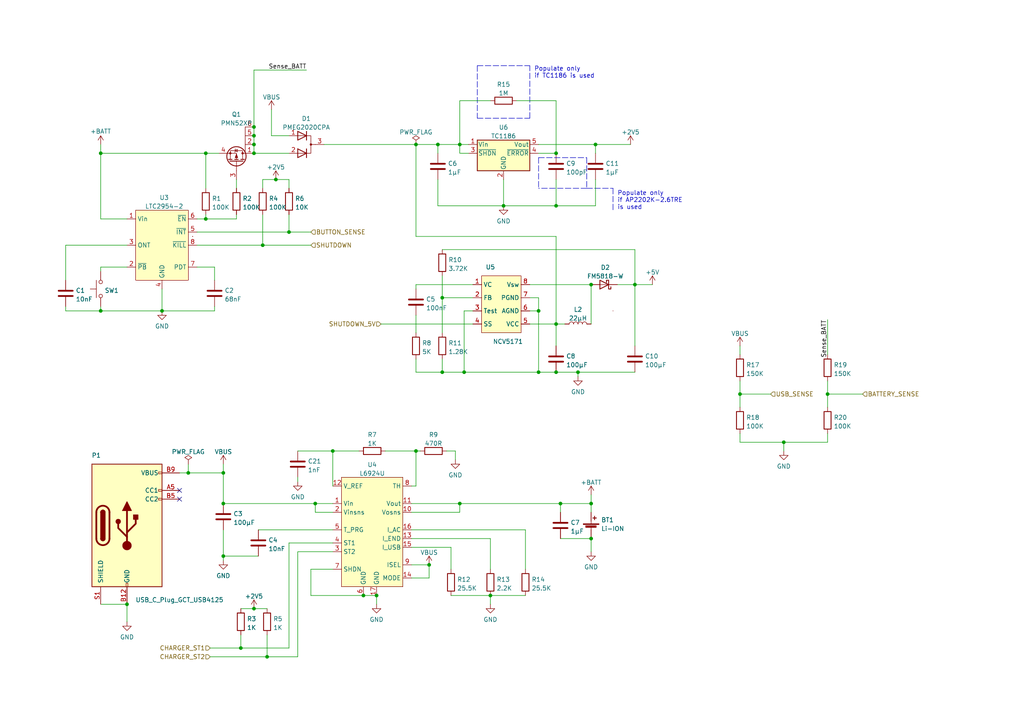
<source format=kicad_sch>
(kicad_sch (version 20211123) (generator eeschema)
  (paper "A4")
  (title_block (title "Power & Charge") (date "2022-06-08") (rev "1.1") (company "INSA - GEI"))
  (lib_symbols
    (symbol "Device:Battery_Cell" (pin_numbers hide) (pin_names (offset 0) hide)
      (property "Reference" "BT" (at 2.54 2.54 0))
      (property "Value" "Battery_Cell" (at 2.54 0 0))
      (symbol "Battery_Cell_0_1"
        (rectangle (start -2.286 1.778) (end 2.286 1.524) (fill (type outline)))
        (rectangle (start -1.5748 1.1938) (end 1.4732 0.6858) (fill (type outline)))
        (polyline (pts (xy 0 0.762) (xy 0 0)))
        (polyline (pts (xy 0 1.778) (xy 0 2.54)))
        (polyline (pts (xy 0.508 3.429) (xy 1.524 3.429)) (stroke (width 0.254)))
        (polyline (pts (xy 1.016 3.937) (xy 1.016 2.921)) (stroke (width 0.254)))
      )
      (symbol "Battery_Cell_1_1"
        (pin passive line (at 0 5.08 270) (length 2.54) (name "+") (number "1"))
        (pin passive line (at 0 -2.54 90) (length 2.54) (name "-") (number "2"))
      )
    )
    (symbol "Device:C" (pin_numbers hide) (pin_names (offset 0.254))
      (property "Reference" "C" (at 0.635 2.54 0))
      (property "Value" "C" (at 0.635 -2.54 0))
      (symbol "C_0_1"
        (polyline (pts (xy -2.032 -0.762) (xy 2.032 -0.762)) (stroke (width 0.508)))
        (polyline (pts (xy -2.032 0.762) (xy 2.032 0.762)) (stroke (width 0.508)))
      )
      (symbol "C_1_1"
        (pin passive line (at 0 3.81 270) (length 2.794) (name "~") (number "1"))
        (pin passive line (at 0 -3.81 90) (length 2.794) (name "~") (number "2"))
      )
    )
    (symbol "Device:D_Dual_CommonCathode_AAK_Parallel" (pin_names (offset 0.762) hide)
      (property "Reference" "D" (at 0 5.08 0))
      (property "Value" "D_Dual_CommonCathode_AAK_Parallel" (at 0 -5.08 0))
      (symbol "D_Dual_CommonCathode_AAK_Parallel_0_0"
        (polyline (pts (xy 0 -1.27) (xy 0 -3.81)) (stroke (width 0.254)))
        (polyline (pts (xy 0 1.27) (xy 0 3.81)) (stroke (width 0.254)))
      )
      (symbol "D_Dual_CommonCathode_AAK_Parallel_0_1"
        (polyline (pts (xy 1.27 0) (xy 2.54 0)))
        (polyline (pts (xy -2.54 -2.54) (xy 1.27 -2.54) (xy 1.27 2.54) (xy -2.54 2.54)))
        (polyline (pts (xy -2.54 -1.27) (xy 0 -2.54) (xy -2.54 -3.81) (xy -2.54 -1.27) (xy -2.54 -1.27) (xy -2.54 -1.27)) (stroke (width 0.254)))
        (polyline (pts (xy -2.54 3.81) (xy 0 2.54) (xy -2.54 1.27) (xy -2.54 3.81) (xy -2.54 3.81) (xy -2.54 3.81)) (stroke (width 0.254)))
        (circle (center 1.27 0) (radius 0.254) (fill (type outline)))
        (pin passive line (at -5.08 2.54 0) (length 2.54) (name "K") (number "1"))
        (pin passive line (at -5.08 -2.54 0) (length 2.54) (name "K") (number "2"))
        (pin passive line (at 5.08 0 180) (length 2.54) (name "A") (number "3"))
      )
    )
    (symbol "Device:D_Schottky" (pin_numbers hide) (pin_names (offset 1.016) hide)
      (property "Reference" "D" (at 0 2.54 0))
      (property "Value" "D_Schottky" (at 0 -2.54 0))
      (symbol "D_Schottky_0_1"
        (polyline (pts (xy 1.27 0) (xy -1.27 0)))
        (polyline (pts (xy 1.27 1.27) (xy 1.27 -1.27) (xy -1.27 0) (xy 1.27 1.27)) (stroke (width 0.254)))
        (polyline (pts (xy -1.905 0.635) (xy -1.905 1.27) (xy -1.27 1.27) (xy -1.27 -1.27) (xy -0.635 -1.27) (xy -0.635 -0.635)) (stroke (width 0.254)))
      )
      (symbol "D_Schottky_1_1"
        (pin passive line (at -3.81 0 0) (length 2.54) (name "K") (number "1"))
        (pin passive line (at 3.81 0 180) (length 2.54) (name "A") (number "2"))
      )
    )
    (symbol "Device:L" (pin_numbers hide) (pin_names (offset 1.016) hide)
      (property "Reference" "L" (at -1.27 0 90))
      (property "Value" "L" (at 1.905 0 90))
      (symbol "L_0_1"
        (arc (start 0 -2.54) (mid 0.635 -1.905) (end 0 -1.27))
        (arc (start 0 -1.27) (mid 0.635 -0.635) (end 0 0))
        (arc (start 0 0) (mid 0.635 0.635) (end 0 1.27))
        (arc (start 0 1.27) (mid 0.635 1.905) (end 0 2.54))
      )
      (symbol "L_1_1"
        (pin passive line (at 0 3.81 270) (length 1.27) (name "1") (number "1"))
        (pin passive line (at 0 -3.81 90) (length 1.27) (name "2") (number "2"))
      )
    )
    (symbol "Device:R" (pin_numbers hide) (pin_names (offset 0))
      (property "Reference" "R" (at 2.032 0 90))
      (property "Value" "R" (at 0 0 90))
      (symbol "R_0_1"
        (rectangle (start -1.016 -2.54) (end 1.016 2.54) (stroke (width 0.254)))
      )
      (symbol "R_1_1"
        (pin passive line (at 0 3.81 270) (length 1.27) (name "~") (number "1"))
        (pin passive line (at 0 -3.81 90) (length 1.27) (name "~") (number "2"))
      )
    )
    (symbol "Insa:L6924U"
      (property "Reference" "U" (at 0 34.29 0))
      (property "Value" "L6924U" (at 7.62 -2.54 0))
      (symbol "L6924U_0_1"
        (rectangle (start -8.89 31.75) (end 8.89 0) (stroke (width 0.1524)) (fill (type background)))
      )
      (symbol "L6924U_1_1"
        (pin power_in line (at -11.43 24.13 0) (length 2.54) (name "Vin") (number "1"))
        (pin input line (at 11.43 21.59 180) (length 2.54) (name "Vosns") (number "10"))
        (pin power_out line (at 11.43 24.13 180) (length 2.54) (name "Vout") (number "11"))
        (pin output line (at -11.43 29.21 0) (length 2.54) (name "V_REF") (number "12"))
        (pin bidirectional line (at 11.43 13.97 180) (length 2.54) (name "I_END") (number "13"))
        (pin input line (at 11.43 2.54 180) (length 2.54) (name "MODE") (number "14"))
        (pin input line (at 11.43 11.43 180) (length 2.54) (name "I_USB") (number "15"))
        (pin input line (at 11.43 16.51 180) (length 2.54) (name "I_AC") (number "16"))
        (pin power_in line (at 1.27 -2.54 90) (length 2.54) (name "GND") (number "17"))
        (pin power_in line (at -11.43 21.59 0) (length 2.54) (name "Vinsns") (number "2"))
        (pin open_collector line (at -11.43 10.16 0) (length 2.54) (name "ST2") (number "3"))
        (pin open_collector line (at -11.43 12.7 0) (length 2.54) (name "ST1") (number "4"))
        (pin passive line (at -11.43 16.51 0) (length 2.54) (name "T_PRG") (number "5"))
        (pin power_in line (at -2.54 -2.54 90) (length 2.54) (name "GND") (number "6"))
        (pin input line (at -11.43 5.08 0) (length 2.54) (name "SHDN") (number "7"))
        (pin input line (at 11.43 29.21 180) (length 2.54) (name "TH") (number "8"))
        (pin input line (at 11.43 6.35 180) (length 2.54) (name "ISEL") (number "9"))
      )
    )
    (symbol "Insa:LTC2954"
      (property "Reference" "U" (at -6.35 25.4 0))
      (property "Value" "LTC2954" (at 5.08 1.27 0))
      (symbol "LTC2954_0_1"
        (rectangle (start -8.89 24.13) (end 6.35 3.81) (stroke (width 0.1524)) (fill (type background)))
        (rectangle (start 7.62 16.51) (end 7.62 16.51) (stroke (width 0.1524)))
        (rectangle (start 7.62 16.51) (end 7.62 16.51) (stroke (width 0.1524)))
        (rectangle (start 7.62 16.51) (end 7.62 16.51) (stroke (width 0.1524)))
        (rectangle (start 7.62 16.51) (end 7.62 16.51) (stroke (width 0.1524)))
        (rectangle (start 7.62 16.51) (end 7.62 16.51) (stroke (width 0.1524)))
        (rectangle (start 7.62 16.51) (end 7.62 16.51) (stroke (width 0.1524)))
      )
      (symbol "LTC2954_1_1"
        (pin power_in line (at -11.43 21.59 0) (length 2.54) (name "Vin") (number "1"))
        (pin input line (at -11.43 7.62 0) (length 2.54) (name "~{PB}") (number "2"))
        (pin bidirectional line (at -11.43 13.97 0) (length 2.54) (name "ONT") (number "3"))
        (pin power_in line (at -1.27 1.27 90) (length 2.54) (name "GND") (number "4"))
        (pin output line (at 8.89 17.78 180) (length 2.54) (name "~{INT}") (number "5"))
        (pin input line (at 8.89 21.59 180) (length 2.54) (name "~{EN}") (number "6"))
        (pin bidirectional line (at 8.89 7.62 180) (length 2.54) (name "PDT") (number "7"))
        (pin input line (at 8.89 13.97 180) (length 2.54) (name "~{KILL}") (number "8"))
      )
    )
    (symbol "Insa:NCV5171"
      (property "Reference" "U" (at 0 17.78 0))
      (property "Value" "NCV5171" (at 1.27 -1.27 0))
      (symbol "NCV5171_0_1"
        (rectangle (start -5.08 16.51) (end 6.35 0) (stroke (width 0.1524)) (fill (type background)))
        (rectangle (start 33.02 6.35) (end 33.02 6.35) (stroke (width 0.1524)))
        (rectangle (start 33.02 6.35) (end 33.02 6.35) (stroke (width 0.1524)))
      )
      (symbol "NCV5171_1_1"
        (pin input line (at -7.62 13.97 0) (length 2.54) (name "VC") (number "1"))
        (pin input line (at -7.62 10.16 0) (length 2.54) (name "FB") (number "2"))
        (pin input line (at -7.62 6.35 0) (length 2.54) (name "Test") (number "3"))
        (pin input line (at -7.62 2.54 0) (length 2.54) (name "SS") (number "4"))
        (pin power_in line (at 8.89 2.54 180) (length 2.54) (name "VCC") (number "5"))
        (pin power_in line (at 8.89 6.35 180) (length 2.54) (name "AGND") (number "6"))
        (pin power_in line (at 8.89 10.16 180) (length 2.54) (name "PGND") (number "7"))
        (pin power_out line (at 8.89 13.97 180) (length 2.54) (name "Vsw") (number "8"))
      )
    )
    (symbol "Insa:PMN52XP" (pin_names (offset 0) hide)
      (property "Reference" "Q" (at 5.08 1.27 0))
      (property "Value" "PMN52XP" (at 5.08 -1.27 0))
      (symbol "PMN52XP_0_1"
        (polyline (pts (xy 0.254 0) (xy -2.54 0)))
        (polyline (pts (xy 0.254 1.905) (xy 0.254 -1.905)) (stroke (width 0.254)))
        (polyline (pts (xy 0.762 -1.27) (xy 0.762 -2.286)) (stroke (width 0.254)))
        (polyline (pts (xy 0.762 0.508) (xy 0.762 -0.508)) (stroke (width 0.254)))
        (polyline (pts (xy 0.762 2.286) (xy 0.762 1.27)) (stroke (width 0.254)))
        (polyline (pts (xy 10.16 2.54) (xy 5.08 2.54)) (stroke (width 0.1524)))
        (polyline (pts (xy 2.54 -2.54) (xy 2.54 0) (xy 0.762 0)))
        (polyline (pts (xy 5.08 2.54) (xy 2.54 2.54) (xy 2.54 1.778)))
        (polyline (pts (xy 0.762 1.778) (xy 3.302 1.778) (xy 3.302 -1.778) (xy 0.762 -1.778)))
        (polyline (pts (xy 2.286 0) (xy 1.27 0.381) (xy 1.27 -0.381) (xy 2.286 0)) (fill (type outline)))
        (polyline (pts (xy 2.794 -0.508) (xy 2.921 -0.381) (xy 3.683 -0.381) (xy 3.81 -0.254)))
        (polyline (pts (xy 3.302 -0.381) (xy 2.921 0.254) (xy 3.683 0.254) (xy 3.302 -0.381)))
        (circle (center 1.651 0) (radius 2.794) (stroke (width 0.254)))
        (circle (center 2.54 -1.778) (radius 0.254) (fill (type outline)))
        (circle (center 2.54 1.778) (radius 0.254) (fill (type outline)))
      )
      (symbol "PMN52XP_1_1"
        (pin passive line (at 2.54 5.08 270) (length 2.54) (name "D") (number "1"))
        (pin passive line (at 5.08 5.08 270) (length 2.54) (name "D") (number "2"))
        (pin input line (at -5.08 0 0) (length 2.54) (name "G") (number "3"))
        (pin passive line (at 2.54 -5.08 90) (length 2.54) (name "S") (number "4"))
        (pin passive line (at 7.62 5.08 270) (length 2.54) (name "D") (number "5"))
        (pin passive line (at 10.16 5.08 270) (length 2.54) (name "D") (number "6"))
      )
    )
    (symbol "Insa:USB_C_Plug_GCT_USB4125" (pin_names (offset 1.016))
      (property "Reference" "P" (at -10.16 19.05 0))
      (property "Value" "USB_C_Plug_GCT_USB4125" (at 26.67 -20.32 0))
      (symbol "USB_C_Plug_GCT_USB4125_0_0"
        (rectangle (start -0.254 -17.78) (end 0.254 -16.764))
        (rectangle (start 10.16 7.874) (end 9.144 7.366))
        (rectangle (start 10.16 10.414) (end 9.144 9.906))
        (rectangle (start 10.16 15.494) (end 9.144 14.986))
      )
      (symbol "USB_C_Plug_GCT_USB4125_0_1"
        (rectangle (start -10.16 17.78) (end 10.16 -17.78) (stroke (width 0.254)) (fill (type background)))
        (arc (start -8.89 -3.81) (mid -6.985 -5.715) (end -5.08 -3.81) (stroke (width 0.508)))
        (arc (start -7.62 -3.81) (mid -6.985 -4.445) (end -6.35 -3.81) (stroke (width 0.254)))
        (arc (start -7.62 -3.81) (mid -6.985 -4.445) (end -6.35 -3.81) (stroke (width 0.254)) (fill (type outline)))
        (rectangle (start -7.62 -3.81) (end -6.35 3.81) (stroke (width 0.254)) (fill (type outline)))
        (arc (start -6.35 3.81) (mid -6.985 4.445) (end -7.62 3.81) (stroke (width 0.254)))
        (arc (start -6.35 3.81) (mid -6.985 4.445) (end -7.62 3.81) (stroke (width 0.254)) (fill (type outline)))
        (arc (start -5.08 3.81) (mid -6.985 5.715) (end -8.89 3.81) (stroke (width 0.508)))
        (circle (center -2.54 1.143) (radius 0.635) (stroke (width 0.254)) (fill (type outline)))
        (circle (center 0 -5.842) (radius 1.27) (fill (type outline)))
        (polyline (pts (xy -8.89 -3.81) (xy -8.89 3.81)) (stroke (width 0.508)))
        (polyline (pts (xy -5.08 3.81) (xy -5.08 -3.81)) (stroke (width 0.508)))
        (polyline (pts (xy 0 -5.842) (xy 0 4.318)) (stroke (width 0.508)))
        (polyline (pts (xy 0 -3.302) (xy -2.54 -0.762) (xy -2.54 0.508)) (stroke (width 0.508)))
        (polyline (pts (xy 0 -2.032) (xy 2.54 0.508) (xy 2.54 1.778)) (stroke (width 0.508)))
        (polyline (pts (xy -1.27 4.318) (xy 0 6.858) (xy 1.27 4.318) (xy -1.27 4.318)) (stroke (width 0.254)) (fill (type outline)))
        (rectangle (start 1.905 1.778) (end 3.175 3.048) (stroke (width 0.254)) (fill (type outline)))
      )
      (symbol "USB_C_Plug_GCT_USB4125_1_1"
        (pin passive line (at 0 -22.86 90) (length 5.08) hide (name "GND") (number "A12"))
        (pin bidirectional line (at 15.24 10.16 180) (length 5.08) (name "CC1") (number "A5"))
        (pin passive line (at 15.24 15.24 180) (length 5.08) hide (name "VBUS") (number "A9"))
        (pin passive line (at 0 -22.86 90) (length 5.08) (name "GND") (number "B12"))
        (pin bidirectional line (at 15.24 7.62 180) (length 5.08) (name "CC2") (number "B5"))
        (pin passive line (at 15.24 15.24 180) (length 5.08) (name "VBUS") (number "B9"))
        (pin passive line (at -7.62 -22.86 90) (length 5.08) (name "SHIELD") (number "S1"))
      )
    )
    (symbol "Regulator_Linear:TC1186" (pin_names (offset 0.254))
      (property "Reference" "U" (at -7.62 5.08 0))
      (property "Value" "TC1186" (at 7.62 5.08 0))
      (symbol "TC1186_0_1"
        (rectangle (start -7.62 3.81) (end 7.62 -5.08) (stroke (width 0.254)) (fill (type background)))
      )
      (symbol "TC1186_1_1"
        (pin power_in line (at -10.16 2.54 0) (length 2.54) (name "Vin") (number "1"))
        (pin power_in line (at 0 -7.62 90) (length 2.54) (name "GND") (number "2"))
        (pin input line (at -10.16 0 0) (length 2.54) (name "~{SHDN}") (number "3"))
        (pin open_collector line (at 10.16 0 180) (length 2.54) (name "~{ERROR}") (number "4"))
        (pin power_out line (at 10.16 2.54 180) (length 2.54) (name "Vout") (number "5"))
      )
    )
    (symbol "Switch:SW_Push" (pin_numbers hide) (pin_names (offset 1.016) hide)
      (property "Reference" "SW" (at 1.27 2.54 0))
      (property "Value" "SW_Push" (at 0 -1.524 0))
      (symbol "SW_Push_0_1"
        (circle (center -2.032 0) (radius 0.508))
        (polyline (pts (xy 0 1.27) (xy 0 3.048)))
        (polyline (pts (xy 2.54 1.27) (xy -2.54 1.27)))
        (circle (center 2.032 0) (radius 0.508))
        (pin passive line (at -5.08 0 0) (length 2.54) (name "1") (number "1"))
        (pin passive line (at 5.08 0 180) (length 2.54) (name "2") (number "2"))
      )
    )
    (symbol "power:+2V5" (power) (pin_names (offset 0))
      (property "Value" "+2V5" (at 0 3.556 0))
      (symbol "+2V5_0_1"
        (polyline (pts (xy -0.762 1.27) (xy 0 2.54)))
        (polyline (pts (xy 0 0) (xy 0 2.54)))
        (polyline (pts (xy 0 2.54) (xy 0.762 1.27)))
      )
      (symbol "+2V5_1_1"
        (pin power_in line (at 0 0 90) (length 0) hide (name "+2V5") (number "1"))
      )
    )
    (symbol "power:+5V" (power) (pin_names (offset 0))
      (property "Value" "+5V" (at 0 3.556 0))
      (symbol "+5V_0_1"
        (polyline (pts (xy -0.762 1.27) (xy 0 2.54)))
        (polyline (pts (xy 0 0) (xy 0 2.54)))
        (polyline (pts (xy 0 2.54) (xy 0.762 1.27)))
      )
      (symbol "+5V_1_1"
        (pin power_in line (at 0 0 90) (length 0) hide (name "+5V") (number "1"))
      )
    )
    (symbol "power:+BATT" (power) (pin_names (offset 0))
      (property "Value" "+BATT" (at 0 3.556 0))
      (symbol "+BATT_0_1"
        (polyline (pts (xy -0.762 1.27) (xy 0 2.54)))
        (polyline (pts (xy 0 0) (xy 0 2.54)))
        (polyline (pts (xy 0 2.54) (xy 0.762 1.27)))
      )
      (symbol "+BATT_1_1"
        (pin power_in line (at 0 0 90) (length 0) hide (name "+BATT") (number "1"))
      )
    )
    (symbol "power:GND" (power) (pin_names (offset 0))
      (property "Value" "GND" (at 0 -3.81 0))
      (symbol "GND_0_1"
        (polyline (pts (xy 0 0) (xy 0 -1.27) (xy 1.27 -1.27) (xy 0 -2.54) (xy -1.27 -1.27) (xy 0 -1.27)))
      )
      (symbol "GND_1_1"
        (pin power_in line (at 0 0 270) (length 0) hide (name "GND") (number "1"))
      )
    )
    (symbol "power:PWR_FLAG" (power) (pin_numbers hide) (pin_names (offset 0) hide)
      (property "Value" "PWR_FLAG" (at 0 3.81 0))
      (symbol "PWR_FLAG_0_0"
        (pin power_out line (at 0 0 90) (length 0) (name "pwr") (number "1"))
      )
      (symbol "PWR_FLAG_0_1"
        (polyline (pts (xy 0 0) (xy 0 1.27) (xy -1.016 1.905) (xy 0 2.54) (xy 1.016 1.905) (xy 0 1.27)))
      )
    )
    (symbol "power:VBUS" (power) (pin_names (offset 0))
      (property "Value" "VBUS" (at 0 3.81 0))
      (symbol "VBUS_0_1"
        (polyline (pts (xy -0.762 1.27) (xy 0 2.54)))
        (polyline (pts (xy 0 0) (xy 0 2.54)))
        (polyline (pts (xy 0 2.54) (xy 0.762 1.27)))
      )
      (symbol "VBUS_1_1"
        (pin power_in line (at 0 0 90) (length 0) hide (name "VBUS") (number "1"))
      )
    )
  )
  (junction (at 59.69 44.45))
  (junction (at 214.63 114.3))
  (junction (at 128.27 86.36))
  (junction (at 127 41.91))
  (junction (at 64.77 146.05))
  (junction (at 91.44 146.05))
  (junction (at 73.66 39.37))
  (junction (at 96.52 130.81))
  (junction (at 240.03 114.3))
  (junction (at 109.22 172.72))
  (junction (at 73.66 176.53))
  (junction (at 171.45 82.55))
  (junction (at 184.15 82.55))
  (junction (at 146.05 59.69))
  (junction (at 120.65 41.91))
  (junction (at 156.21 107.95))
  (junction (at 172.72 41.91))
  (junction (at 128.27 107.95))
  (junction (at 64.77 137.16))
  (junction (at 36.83 175.26))
  (junction (at 167.64 107.95))
  (junction (at 161.29 93.98))
  (junction (at 171.45 146.05))
  (junction (at 161.29 59.69))
  (junction (at 69.85 187.96))
  (junction (at 162.56 146.05))
  (junction (at 73.66 44.45))
  (junction (at 76.2 71.12))
  (junction (at 59.69 63.5))
  (junction (at 161.29 44.45))
  (junction (at 171.45 156.21))
  (junction (at 134.62 107.95))
  (junction (at 73.66 41.91))
  (junction (at 227.33 128.27))
  (junction (at 54.61 137.16))
  (junction (at 133.35 146.05))
  (junction (at 161.29 107.95))
  (junction (at 142.24 172.72))
  (junction (at 124.46 163.83))
  (junction (at 80.01 52.07))
  (junction (at 83.82 67.31))
  (junction (at 29.21 90.17))
  (junction (at 120.65 130.81))
  (junction (at 73.66 36.83))
  (junction (at 29.21 44.45))
  (junction (at 105.41 172.72))
  (junction (at 77.47 190.5))
  (junction (at 156.21 90.17))
  (junction (at 133.35 41.91))
  (junction (at 46.99 90.17))
  (junction (at 64.77 161.29))
  (no_connect (at 52.07 144.78))
  (no_connect (at 52.07 142.24))
  (wire (pts (xy 172.72 41.91) (xy 172.72 44.45)))
  (wire (pts (xy 59.69 44.45) (xy 59.69 54.61)))
  (wire (pts (xy 69.85 176.53) (xy 73.66 176.53)))
  (wire (pts (xy 119.38 140.97) (xy 120.65 140.97)))
  (wire (pts (xy 161.29 59.69) (xy 172.72 59.69)))
  (wire (pts (xy 214.63 114.3) (xy 223.52 114.3)))
  (wire (pts (xy 153.67 90.17) (xy 156.21 90.17)))
  (polyline (pts (xy 153.67 34.29) (xy 153.67 19.05)))
  (wire (pts (xy 86.36 130.81) (xy 96.52 130.81)))
  (wire (pts (xy 29.21 175.26) (xy 36.83 175.26)))
  (wire (pts (xy 240.03 92.71) (xy 240.03 102.87)))
  (wire (pts (xy 156.21 41.91) (xy 172.72 41.91)))
  (wire (pts (xy 240.03 114.3) (xy 240.03 118.11)))
  (wire (pts (xy 73.66 39.37) (xy 73.66 41.91)))
  (wire (pts (xy 128.27 86.36) (xy 137.16 86.36)))
  (wire (pts (xy 46.99 90.17) (xy 46.99 83.82)))
  (wire (pts (xy 36.83 63.5) (xy 29.21 63.5)))
  (wire (pts (xy 93.98 41.91) (xy 120.65 41.91)))
  (wire (pts (xy 153.67 86.36) (xy 156.21 86.36)))
  (wire (pts (xy 86.36 160.02) (xy 86.36 190.5)))
  (wire (pts (xy 29.21 63.5) (xy 29.21 44.45)))
  (wire (pts (xy 59.69 62.23) (xy 59.69 63.5)))
  (wire (pts (xy 129.54 130.81) (xy 132.08 130.81)))
  (wire (pts (xy 69.85 187.96) (xy 83.82 187.96)))
  (wire (pts (xy 59.69 44.45) (xy 63.5 44.45)))
  (wire (pts (xy 120.65 41.91) (xy 127 41.91)))
  (wire (pts (xy 128.27 86.36) (xy 128.27 96.52)))
  (wire (pts (xy 77.47 190.5) (xy 86.36 190.5)))
  (wire (pts (xy 64.77 161.29) (xy 64.77 162.56)))
  (wire (pts (xy 29.21 90.17) (xy 29.21 88.9)))
  (wire (pts (xy 96.52 130.81) (xy 104.14 130.81)))
  (wire (pts (xy 52.07 137.16) (xy 54.61 137.16)))
  (wire (pts (xy 96.52 157.48) (xy 83.82 157.48)))
  (wire (pts (xy 161.29 107.95) (xy 167.64 107.95)))
  (wire (pts (xy 156.21 90.17) (xy 156.21 107.95)))
  (wire (pts (xy 161.29 93.98) (xy 161.29 68.58)))
  (wire (pts (xy 73.66 36.83) (xy 73.66 39.37)))
  (wire (pts (xy 74.93 153.67) (xy 96.52 153.67)))
  (wire (pts (xy 90.17 165.1) (xy 90.17 172.72)))
  (wire (pts (xy 124.46 167.64) (xy 124.46 163.83)))
  (wire (pts (xy 133.35 41.91) (xy 133.35 29.21)))
  (wire (pts (xy 161.29 93.98) (xy 163.83 93.98)))
  (wire (pts (xy 146.05 59.69) (xy 161.29 59.69)))
  (wire (pts (xy 240.03 114.3) (xy 250.19 114.3)))
  (wire (pts (xy 130.81 172.72) (xy 142.24 172.72)))
  (polyline (pts (xy 138.43 19.05) (xy 153.67 19.05)))
  (wire (pts (xy 184.15 82.55) (xy 189.23 82.55)))
  (wire (pts (xy 161.29 93.98) (xy 161.29 100.33)))
  (polyline (pts (xy 177.8 54.61) (xy 177.8 60.96)))
  (wire (pts (xy 76.2 71.12) (xy 90.17 71.12)))
  (wire (pts (xy 156.21 86.36) (xy 156.21 90.17)))
  (wire (pts (xy 96.52 140.97) (xy 96.52 130.81)))
  (wire (pts (xy 109.22 172.72) (xy 109.22 175.26)))
  (wire (pts (xy 133.35 148.59) (xy 133.35 146.05)))
  (wire (pts (xy 120.65 140.97) (xy 120.65 130.81)))
  (wire (pts (xy 60.96 187.96) (xy 69.85 187.96)))
  (wire (pts (xy 184.15 82.55) (xy 184.15 100.33)))
  (wire (pts (xy 73.66 20.32) (xy 88.9 20.32)))
  (wire (pts (xy 64.77 146.05) (xy 91.44 146.05)))
  (wire (pts (xy 29.21 90.17) (xy 46.99 90.17)))
  (wire (pts (xy 120.65 130.81) (xy 121.92 130.81)))
  (wire (pts (xy 119.38 153.67) (xy 152.4 153.67)))
  (wire (pts (xy 161.29 29.21) (xy 161.29 44.45)))
  (wire (pts (xy 29.21 44.45) (xy 29.21 41.91)))
  (wire (pts (xy 120.65 82.55) (xy 120.65 83.82)))
  (wire (pts (xy 73.66 36.83) (xy 73.66 20.32)))
  (wire (pts (xy 120.65 68.58) (xy 120.65 41.91)))
  (wire (pts (xy 133.35 44.45) (xy 133.35 41.91)))
  (wire (pts (xy 167.64 107.95) (xy 167.64 109.22)))
  (wire (pts (xy 80.01 52.07) (xy 76.2 52.07)))
  (wire (pts (xy 46.99 90.17) (xy 62.23 90.17)))
  (wire (pts (xy 76.2 62.23) (xy 76.2 71.12)))
  (wire (pts (xy 29.21 90.17) (xy 19.05 90.17)))
  (wire (pts (xy 36.83 175.26) (xy 36.83 180.34)))
  (wire (pts (xy 120.65 91.44) (xy 120.65 96.52)))
  (wire (pts (xy 119.38 148.59) (xy 133.35 148.59)))
  (wire (pts (xy 73.66 44.45) (xy 83.82 44.45)))
  (wire (pts (xy 167.64 107.95) (xy 184.15 107.95)))
  (polyline (pts (xy 170.18 45.72) (xy 170.18 54.61)))
  (polyline (pts (xy 170.18 54.61) (xy 156.21 54.61)))
  (wire (pts (xy 19.05 71.12) (xy 36.83 71.12)))
  (wire (pts (xy 83.82 157.48) (xy 83.82 187.96)))
  (wire (pts (xy 172.72 41.91) (xy 182.88 41.91)))
  (wire (pts (xy 60.96 190.5) (xy 77.47 190.5)))
  (wire (pts (xy 76.2 52.07) (xy 76.2 54.61)))
  (wire (pts (xy 119.38 146.05) (xy 133.35 146.05)))
  (wire (pts (xy 77.47 184.15) (xy 77.47 190.5)))
  (wire (pts (xy 227.33 128.27) (xy 240.03 128.27)))
  (polyline (pts (xy 170.18 54.61) (xy 177.8 54.61)))
  (wire (pts (xy 119.38 156.21) (xy 142.24 156.21)))
  (wire (pts (xy 64.77 137.16) (xy 64.77 146.05)))
  (wire (pts (xy 214.63 114.3) (xy 214.63 118.11)))
  (wire (pts (xy 64.77 161.29) (xy 74.93 161.29)))
  (wire (pts (xy 240.03 128.27) (xy 240.03 125.73)))
  (wire (pts (xy 96.52 160.02) (xy 86.36 160.02)))
  (wire (pts (xy 69.85 184.15) (xy 69.85 187.96)))
  (polyline (pts (xy 138.43 34.29) (xy 153.67 34.29)))
  (wire (pts (xy 134.62 107.95) (xy 128.27 107.95)))
  (wire (pts (xy 19.05 90.17) (xy 19.05 88.9)))
  (wire (pts (xy 142.24 172.72) (xy 142.24 175.26)))
  (polyline (pts (xy 156.21 45.72) (xy 170.18 45.72)))
  (wire (pts (xy 127 41.91) (xy 133.35 41.91)))
  (wire (pts (xy 68.58 63.5) (xy 68.58 62.23)))
  (wire (pts (xy 134.62 90.17) (xy 134.62 107.95)))
  (wire (pts (xy 83.82 52.07) (xy 80.01 52.07)))
  (wire (pts (xy 127 52.07) (xy 127 59.69)))
  (wire (pts (xy 57.15 63.5) (xy 59.69 63.5)))
  (wire (pts (xy 146.05 52.07) (xy 146.05 59.69)))
  (polyline (pts (xy 138.43 19.05) (xy 138.43 34.29)))
  (wire (pts (xy 96.52 165.1) (xy 90.17 165.1)))
  (wire (pts (xy 162.56 146.05) (xy 162.56 148.59)))
  (wire (pts (xy 91.44 148.59) (xy 91.44 146.05)))
  (wire (pts (xy 64.77 134.62) (xy 64.77 137.16)))
  (wire (pts (xy 36.83 77.47) (xy 29.21 77.47)))
  (wire (pts (xy 86.36 138.43) (xy 86.36 139.7)))
  (wire (pts (xy 142.24 172.72) (xy 152.4 172.72)))
  (wire (pts (xy 184.15 72.39) (xy 184.15 82.55)))
  (wire (pts (xy 96.52 148.59) (xy 91.44 148.59)))
  (wire (pts (xy 128.27 80.01) (xy 128.27 86.36)))
  (wire (pts (xy 214.63 110.49) (xy 214.63 114.3)))
  (wire (pts (xy 137.16 82.55) (xy 120.65 82.55)))
  (wire (pts (xy 57.15 77.47) (xy 62.23 77.47)))
  (wire (pts (xy 111.76 130.81) (xy 120.65 130.81)))
  (wire (pts (xy 29.21 44.45) (xy 59.69 44.45)))
  (wire (pts (xy 83.82 39.37) (xy 78.74 39.37)))
  (wire (pts (xy 128.27 107.95) (xy 120.65 107.95)))
  (wire (pts (xy 90.17 172.72) (xy 105.41 172.72)))
  (wire (pts (xy 57.15 67.31) (xy 83.82 67.31)))
  (wire (pts (xy 156.21 107.95) (xy 134.62 107.95)))
  (wire (pts (xy 130.81 165.1) (xy 130.81 158.75)))
  (wire (pts (xy 137.16 90.17) (xy 134.62 90.17)))
  (wire (pts (xy 128.27 104.14) (xy 128.27 107.95)))
  (wire (pts (xy 132.08 130.81) (xy 132.08 133.35)))
  (wire (pts (xy 83.82 54.61) (xy 83.82 52.07)))
  (wire (pts (xy 171.45 146.05) (xy 171.45 148.59)))
  (wire (pts (xy 54.61 137.16) (xy 64.77 137.16)))
  (wire (pts (xy 171.45 160.02) (xy 171.45 156.21)))
  (wire (pts (xy 162.56 146.05) (xy 171.45 146.05)))
  (wire (pts (xy 119.38 167.64) (xy 124.46 167.64)))
  (wire (pts (xy 149.86 29.21) (xy 161.29 29.21)))
  (wire (pts (xy 62.23 77.47) (xy 62.23 81.28)))
  (wire (pts (xy 179.07 82.55) (xy 184.15 82.55)))
  (wire (pts (xy 153.67 93.98) (xy 161.29 93.98)))
  (wire (pts (xy 73.66 41.91) (xy 73.66 44.45)))
  (wire (pts (xy 78.74 31.75) (xy 78.74 39.37)))
  (wire (pts (xy 19.05 81.28) (xy 19.05 71.12)))
  (polyline (pts (xy 156.21 45.72) (xy 156.21 54.61)))
  (wire (pts (xy 128.27 72.39) (xy 184.15 72.39)))
  (wire (pts (xy 133.35 29.21) (xy 142.24 29.21)))
  (wire (pts (xy 240.03 110.49) (xy 240.03 114.3)))
  (wire (pts (xy 171.45 143.51) (xy 171.45 146.05)))
  (wire (pts (xy 227.33 128.27) (xy 227.33 130.81)))
  (wire (pts (xy 64.77 153.67) (xy 64.77 161.29)))
  (wire (pts (xy 59.69 63.5) (xy 68.58 63.5)))
  (wire (pts (xy 62.23 90.17) (xy 62.23 88.9)))
  (wire (pts (xy 105.41 172.72) (xy 109.22 172.72)))
  (wire (pts (xy 83.82 67.31) (xy 90.17 67.31)))
  (wire (pts (xy 214.63 128.27) (xy 227.33 128.27)))
  (wire (pts (xy 73.66 176.53) (xy 77.47 176.53)))
  (wire (pts (xy 110.49 93.98) (xy 137.16 93.98)))
  (wire (pts (xy 161.29 52.07) (xy 161.29 59.69)))
  (wire (pts (xy 156.21 107.95) (xy 161.29 107.95)))
  (wire (pts (xy 91.44 146.05) (xy 96.52 146.05)))
  (wire (pts (xy 214.63 100.33) (xy 214.63 102.87)))
  (wire (pts (xy 171.45 82.55) (xy 171.45 93.98)))
  (wire (pts (xy 162.56 156.21) (xy 171.45 156.21)))
  (wire (pts (xy 133.35 146.05) (xy 162.56 146.05)))
  (wire (pts (xy 127 59.69) (xy 146.05 59.69)))
  (wire (pts (xy 142.24 156.21) (xy 142.24 165.1)))
  (wire (pts (xy 214.63 125.73) (xy 214.63 128.27)))
  (wire (pts (xy 120.65 107.95) (xy 120.65 104.14)))
  (wire (pts (xy 127 41.91) (xy 127 44.45)))
  (wire (pts (xy 161.29 68.58) (xy 120.65 68.58)))
  (wire (pts (xy 119.38 158.75) (xy 130.81 158.75)))
  (wire (pts (xy 135.89 44.45) (xy 133.35 44.45)))
  (wire (pts (xy 119.38 163.83) (xy 124.46 163.83)))
  (wire (pts (xy 172.72 59.69) (xy 172.72 52.07)))
  (wire (pts (xy 156.21 44.45) (xy 161.29 44.45)))
  (wire (pts (xy 68.58 52.07) (xy 68.58 54.61)))
  (wire (pts (xy 83.82 62.23) (xy 83.82 67.31)))
  (wire (pts (xy 29.21 77.47) (xy 29.21 78.74)))
  (wire (pts (xy 54.61 134.62) (xy 54.61 137.16)))
  (wire (pts (xy 133.35 41.91) (xy 135.89 41.91)))
  (wire (pts (xy 57.15 71.12) (xy 76.2 71.12)))
  (wire (pts (xy 152.4 153.67) (xy 152.4 165.1)))
  (wire (pts (xy 153.67 82.55) (xy 171.45 82.55)))
  (text "Populate only \nif AP2202K-2.6TRE\nis used\n" (at 179.07 60.96 0) (effects (font (size 1.27 1.27)) (justify left bottom)))
  (text "Populate only \nif TC1186 is used" (at 154.94 22.86 0) (effects (font (size 1.27 1.27)) (justify left bottom)))
  (label "Sense_BATT" (at 88.9 20.32 180))
  (label "Sense_BATT" (at 240.03 92.71 270))
  (hierarchical_label "SHUTDOWN_5V" (shape input) (at 110.49 93.98 180))
  (hierarchical_label "USB_SENSE" (shape input) (at 223.52 114.3 0))
  (hierarchical_label "BATTERY_SENSE" (shape input) (at 250.19 114.3 0))
  (hierarchical_label "CHARGER_ST2" (shape input) (at 60.96 190.5 180))
  (hierarchical_label "CHARGER_ST1" (shape input) (at 60.96 187.96 180))
  (hierarchical_label "BUTTON_SENSE" (shape input) (at 90.17 67.31 0))
  (hierarchical_label "SHUTDOWN" (shape input) (at 90.17 71.12 0))
  (symbol (lib_id "Device:Battery_Cell") (at 171.45 153.67 0) (unit 1)
    (property "Reference" "BT1" (at 174.371 150.8033 0) (effects (justify left)))
    (property "Value" "Li-ION" (at 174.371 153.3402 0) (effects (justify left)))
    (property "Footprint" "INSA:Battery-14500" (effects hide))
  )
  (symbol (lib_id "power:GND") (at 132.08 133.35 0) (unit 1)
    (property "Reference" "#PWR015" (effects hide))
    (property "Value" "GND" (at 132.08 137.7934 0))
  )
  (symbol (lib_id "Device:R") (at 125.73 130.81 90) (unit 1)
    (property "Reference" "R9" (at 125.73 126.0942 90))
    (property "Value" "470R" (at 125.73 128.6311 90))
    (property "Footprint" "Resistor_SMD:R_0805_2012Metric" (effects hide))
  )
  (symbol (lib_id "power:+BATT") (at 171.45 143.51 0) (unit 1)
    (property "Reference" "#PWR018" (effects hide))
    (property "Value" "+BATT" (at 171.45 139.9342 0))
  )
  (symbol (lib_id "Device:C") (at 64.77 149.86 0) (unit 1)
    (property "Reference" "C3" (at 67.691 149.0253 0) (effects (justify left)))
    (property "Value" "100µF" (at 67.691 151.5622 0) (effects (justify left)))
    (property "Footprint" "Capacitor_SMD:C_1210_3225Metric" (effects hide))
  )
  (symbol (lib_id "Device:C") (at 161.29 48.26 0) (unit 1)
    (property "Reference" "C9" (at 164.211 47.4253 0) (effects (justify left)))
    (property "Value" "100pF" (at 164.211 49.9622 0) (effects (justify left)))
    (property "Footprint" "Capacitor_SMD:C_0805_2012Metric" (effects hide))
  )
  (symbol (lib_id "power:GND") (at 86.36 139.7 0) (unit 1)
    (property "Reference" "#PWR01" (effects hide))
    (property "Value" "GND" (at 86.36 144.1434 0))
  )
  (symbol (lib_id "Device:C") (at 120.65 87.63 0) (unit 1)
    (property "Reference" "C5" (at 123.571 86.7953 0) (effects (justify left)))
    (property "Value" "100nF" (at 123.571 89.3322 0) (effects (justify left)))
    (property "Footprint" "Capacitor_SMD:C_0805_2012Metric" (effects hide))
  )
  (symbol (lib_id "power:GND") (at 46.99 90.17 0) (unit 1)
    (property "Reference" "#PWR07" (effects hide))
    (property "Value" "GND" (at 46.99 94.6134 0))
  )
  (symbol (lib_id "power:GND") (at 109.22 175.26 0) (unit 1)
    (property "Reference" "#PWR013" (effects hide))
    (property "Value" "GND" (at 109.22 179.7034 0))
  )
  (symbol (lib_id "Device:R") (at 142.24 168.91 0) (unit 1)
    (property "Reference" "R13" (at 144.018 168.0753 0) (effects (justify left)))
    (property "Value" "2.2K" (at 144.018 170.6122 0) (effects (justify left)))
    (property "Footprint" "Resistor_SMD:R_0805_2012Metric" (effects hide))
  )
  (symbol (lib_id "power:VBUS") (at 214.63 100.33 0) (unit 1)
    (property "Reference" "#PWR025" (effects hide))
    (property "Value" "VBUS" (at 214.63 96.7542 0))
  )
  (symbol (lib_id "Device:R") (at 69.85 180.34 0) (unit 1)
    (property "Reference" "R3" (at 71.628 179.5053 0) (effects (justify left)))
    (property "Value" "1K" (at 71.628 182.0422 0) (effects (justify left)))
    (property "Footprint" "Resistor_SMD:R_0805_2012Metric" (effects hide))
  )
  (symbol (lib_id "Device:C") (at 162.56 152.4 0) (unit 1)
    (property "Reference" "C7" (at 165.481 151.5653 0) (effects (justify left)))
    (property "Value" "1µF" (at 165.481 154.1022 0) (effects (justify left)))
    (property "Footprint" "Capacitor_SMD:C_0805_2012Metric" (effects hide))
  )
  (symbol (lib_id "Insa:USB_C_Plug_GCT_USB4125") (at 36.83 152.4 0) (unit 1)
    (property "Reference" "P1" (at 27.94 132.08 0))
    (property "Value" "USB_C_Plug_GCT_USB4125" (at 52.07 173.99 0))
    (property "Footprint" "INSA:USB_C_Receptacle_GCT_USB4125" (effects hide))
    (property "Datasheet" "https://www.usb.org/sites/default/files/documents/usb_type-c.zip" (effects hide))
  )
  (symbol (lib_id "Device:R") (at 120.65 100.33 180) (unit 1)
    (property "Reference" "R8" (at 122.428 99.4953 0) (effects (justify right)))
    (property "Value" "5K" (at 122.428 102.0322 0) (effects (justify right)))
    (property "Footprint" "Resistor_SMD:R_0805_2012Metric" (effects hide))
  )
  (symbol (lib_id "power:GND") (at 167.64 109.22 0) (unit 1)
    (property "Reference" "#PWR020" (effects hide))
    (property "Value" "GND" (at 167.64 113.6634 0))
  )
  (symbol (lib_id "Device:C") (at 86.36 134.62 0) (unit 1)
    (property "Reference" "C21" (at 89.281 133.7853 0) (effects (justify left)))
    (property "Value" "1nF" (at 89.281 136.3222 0) (effects (justify left)))
    (property "Footprint" "Capacitor_SMD:C_0805_2012Metric" (effects hide))
  )
  (symbol (lib_id "power:GND") (at 146.05 59.69 0) (unit 1)
    (property "Reference" "#PWR017" (effects hide))
    (property "Value" "GND" (at 146.05 64.1334 0))
  )
  (symbol (lib_id "Device:C") (at 74.93 157.48 0) (unit 1)
    (property "Reference" "C4" (at 77.851 156.6453 0) (effects (justify left)))
    (property "Value" "10nF" (at 77.851 159.1822 0) (effects (justify left)))
    (property "Footprint" "Capacitor_SMD:C_0805_2012Metric" (effects hide))
  )
  (symbol (lib_id "Device:R") (at 214.63 106.68 0) (unit 1)
    (property "Reference" "R17" (at 216.408 105.8453 0) (effects (justify left)))
    (property "Value" "150K" (at 216.408 108.3822 0) (effects (justify left)))
    (property "Footprint" "Resistor_SMD:R_0805_2012Metric" (effects hide))
  )
  (symbol (lib_id "Device:C") (at 172.72 48.26 0) (unit 1)
    (property "Reference" "C11" (at 175.641 47.4253 0) (effects (justify left)))
    (property "Value" "1µF" (at 175.641 49.9622 0) (effects (justify left)))
    (property "Footprint" "Capacitor_SMD:C_0805_2012Metric" (effects hide))
  )
  (symbol (lib_id "power:+BATT") (at 29.21 41.91 0) (unit 1)
    (property "Reference" "#PWR05" (effects hide))
    (property "Value" "+BATT" (at 29.21 38.1 0))
  )
  (symbol (lib_id "power:+2V5") (at 73.66 176.53 0) (unit 1)
    (property "Reference" "#PWR010" (effects hide))
    (property "Value" "+2V5" (at 73.66 172.9542 0))
  )
  (symbol (lib_id "power:+5V") (at 189.23 82.55 0) (unit 1)
    (property "Reference" "#PWR022" (effects hide))
    (property "Value" "+5V" (at 189.23 78.9742 0))
  )
  (symbol (lib_id "power:GND") (at 36.83 180.34 0) (unit 1)
    (property "Reference" "#PWR06" (effects hide))
    (property "Value" "GND" (at 36.83 184.7834 0))
  )
  (symbol (lib_id "power:VBUS") (at 124.46 163.83 0) (unit 1)
    (property "Reference" "#PWR014" (effects hide))
    (property "Value" "VBUS" (at 124.46 160.2542 0))
  )
  (symbol (lib_id "power:PWR_FLAG") (at 54.61 134.62 0) (unit 1)
    (property "Reference" "#FLG0101" (effects hide))
    (property "Value" "PWR_FLAG" (at 54.61 131.0442 0))
  )
  (symbol (lib_id "Device:R") (at 76.2 58.42 0) (unit 1)
    (property "Reference" "R4" (at 77.978 57.5853 0) (effects (justify left)))
    (property "Value" "100K" (at 77.978 60.1222 0) (effects (justify left)))
    (property "Footprint" "Resistor_SMD:R_0805_2012Metric" (effects hide))
  )
  (symbol (lib_id "Insa:PMN52XP") (at 68.58 46.99 270) (mirror x) (unit 1)
    (property "Reference" "Q1" (at 68.58 33.181 90))
    (property "Value" "PMN52XP" (at 68.58 35.7179 90))
    (property "Footprint" "Package_SO:TSOP-6_1.65x3.05mm_P0.95mm" (effects hide))
  )
  (symbol (lib_id "Switch:SW_Push") (at 29.21 83.82 90) (unit 1)
    (property "Reference" "SW1" (at 30.353 84.2553 90) (effects (justify right)))
    (property "Value" "SW_Push" (effects hide))
    (property "Footprint" "Button_Switch_SMD:Panasonic_EVQPUJ_EVQPUA" (effects hide))
  )
  (symbol (lib_id "Device:C") (at 184.15 104.14 0) (unit 1)
    (property "Reference" "C10" (at 187.071 103.3053 0) (effects (justify left)))
    (property "Value" "100µF" (at 187.071 105.8422 0) (effects (justify left)))
    (property "Footprint" "Capacitor_SMD:C_1210_3225Metric" (effects hide))
  )
  (symbol (lib_id "Device:L") (at 167.64 93.98 90) (unit 1)
    (property "Reference" "L2" (at 167.64 89.7722 90))
    (property "Value" "22µH" (at 167.64 92.3091 90))
    (property "Footprint" "Inductor_SMD:L_Taiyo-Yuden_MD-4040" (effects hide))
  )
  (symbol (lib_id "Device:R") (at 240.03 121.92 0) (unit 1)
    (property "Reference" "R20" (at 241.808 121.0853 0) (effects (justify left)))
    (property "Value" "100K" (at 241.808 123.6222 0) (effects (justify left)))
    (property "Footprint" "Resistor_SMD:R_0805_2012Metric" (effects hide))
  )
  (symbol (lib_id "Device:C") (at 127 48.26 0) (unit 1)
    (property "Reference" "C6" (at 129.921 47.4253 0) (effects (justify left)))
    (property "Value" "1µF" (at 129.921 49.9622 0) (effects (justify left)))
    (property "Footprint" "Capacitor_SMD:C_0805_2012Metric" (effects hide))
  )
  (symbol (lib_id "Insa:L6924U") (at 107.95 170.18 0) (unit 1)
    (property "Reference" "U4" (at 107.95 134.781 0))
    (property "Value" "L6924U" (at 107.95 137.3179 0))
    (property "Footprint" "INSA:L6924UTR" (effects hide))
  )
  (symbol (lib_id "power:GND") (at 227.33 130.81 0) (unit 1)
    (property "Reference" "#PWR026" (effects hide))
    (property "Value" "GND" (at 227.33 135.2534 0))
  )
  (symbol (lib_id "power:GND") (at 64.77 162.56 0) (unit 1)
    (property "Reference" "#PWR09" (effects hide))
    (property "Value" "GND" (at 64.77 167.0034 0))
  )
  (symbol (lib_id "Device:R") (at 214.63 121.92 0) (unit 1)
    (property "Reference" "R18" (at 216.408 121.0853 0) (effects (justify left)))
    (property "Value" "100K" (at 216.408 123.6222 0) (effects (justify left)))
    (property "Footprint" "Resistor_SMD:R_0805_2012Metric" (effects hide))
  )
  (symbol (lib_id "Device:C") (at 19.05 85.09 0) (unit 1)
    (property "Reference" "C1" (at 21.971 84.2553 0) (effects (justify left)))
    (property "Value" "10nF" (at 21.971 86.7922 0) (effects (justify left)))
    (property "Footprint" "Capacitor_SMD:C_0805_2012Metric" (effects hide))
  )
  (symbol (lib_id "Device:R") (at 77.47 180.34 0) (unit 1)
    (property "Reference" "R5" (at 79.248 179.5053 0) (effects (justify left)))
    (property "Value" "1K" (at 79.248 182.0422 0) (effects (justify left)))
    (property "Footprint" "Resistor_SMD:R_0805_2012Metric" (effects hide))
  )
  (symbol (lib_id "power:+2V5") (at 80.01 52.07 0) (unit 1)
    (property "Reference" "#PWR012" (effects hide))
    (property "Value" "+2V5" (at 80.01 48.4942 0))
  )
  (symbol (lib_id "power:PWR_FLAG") (at 120.65 41.91 0) (unit 1)
    (property "Reference" "#FLG0102" (effects hide))
    (property "Value" "PWR_FLAG" (at 120.65 38.3342 0))
  )
  (symbol (lib_id "power:VBUS") (at 78.74 31.75 0) (unit 1)
    (property "Reference" "#PWR011" (effects hide))
    (property "Value" "VBUS" (at 78.74 28.1742 0))
  )
  (symbol (lib_id "Device:R") (at 59.69 58.42 180) (unit 1)
    (property "Reference" "R1" (at 61.468 57.5853 0) (effects (justify right)))
    (property "Value" "100K" (at 61.468 60.1222 0) (effects (justify right)))
    (property "Footprint" "Resistor_SMD:R_0805_2012Metric" (effects hide))
  )
  (symbol (lib_id "Device:R") (at 107.95 130.81 90) (unit 1)
    (property "Reference" "R7" (at 107.95 126.0942 90))
    (property "Value" "1K" (at 107.95 128.6311 90))
    (property "Footprint" "Resistor_SMD:R_0805_2012Metric" (effects hide))
  )
  (symbol (lib_id "power:GND") (at 142.24 175.26 0) (unit 1)
    (property "Reference" "#PWR016" (effects hide))
    (property "Value" "GND" (at 142.24 179.7034 0))
  )
  (symbol (lib_id "power:GND") (at 171.45 160.02 0) (unit 1)
    (property "Reference" "#PWR019" (effects hide))
    (property "Value" "GND" (at 171.45 164.4634 0))
  )
  (symbol (lib_id "Insa:LTC2954") (at 48.26 85.09 0) (unit 1)
    (property "Reference" "U3" (at 47.625 57.311 0))
    (property "Value" "LTC2954-2" (at 47.625 59.8479 0))
    (property "Footprint" "Package_TO_SOT_SMD:SOT-23-8" (effects hide))
  )
  (symbol (lib_id "Device:D_Dual_CommonCathode_AAK_Parallel") (at 88.9 41.91 0) (unit 1)
    (property "Reference" "D1" (at 88.8365 34.4002 0))
    (property "Value" "PMEG2020CPA" (at 88.8365 36.9371 0))
    (property "Footprint" "INSA:Nexperia_SOT-1061" (effects hide))
  )
  (symbol (lib_id "Device:R") (at 130.81 168.91 0) (unit 1)
    (property "Reference" "R12" (at 132.588 168.0753 0) (effects (justify left)))
    (property "Value" "25.5K" (at 132.588 170.6122 0) (effects (justify left)))
    (property "Footprint" "Resistor_SMD:R_0805_2012Metric" (effects hide))
  )
  (symbol (lib_id "Device:C") (at 161.29 104.14 0) (unit 1)
    (property "Reference" "C8" (at 164.211 103.3053 0) (effects (justify left)))
    (property "Value" "100µF" (at 164.211 105.8422 0) (effects (justify left)))
    (property "Footprint" "Capacitor_SMD:C_1210_3225Metric" (effects hide))
  )
  (symbol (lib_id "Insa:NCV5171") (at 144.78 96.52 0) (unit 1)
    (property "Reference" "U5" (at 142.24 77.47 0))
    (property "Value" "NCV5171" (at 147.32 99.06 0))
    (property "Footprint" "Package_SO:SO-8_3.9x4.9mm_P1.27mm" (effects hide))
  )
  (symbol (lib_id "Device:R") (at 152.4 168.91 0) (unit 1)
    (property "Reference" "R14" (at 154.178 168.0753 0) (effects (justify left)))
    (property "Value" "25.5K" (at 154.178 170.6122 0) (effects (justify left)))
    (property "Footprint" "Resistor_SMD:R_0805_2012Metric" (effects hide))
  )
  (symbol (lib_id "Device:R") (at 128.27 76.2 180) (unit 1)
    (property "Reference" "R10" (at 130.048 75.3653 0) (effects (justify right)))
    (property "Value" "3.72K" (at 130.048 77.9022 0) (effects (justify right)))
    (property "Footprint" "Resistor_SMD:R_0805_2012Metric" (effects hide))
  )
  (symbol (lib_id "Device:R") (at 83.82 58.42 0) (unit 1)
    (property "Reference" "R6" (at 85.598 57.5853 0) (effects (justify left)))
    (property "Value" "10K" (at 85.598 60.1222 0) (effects (justify left)))
    (property "Footprint" "Resistor_SMD:R_0805_2012Metric" (effects hide))
  )
  (symbol (lib_id "Device:R") (at 240.03 106.68 0) (unit 1)
    (property "Reference" "R19" (at 241.808 105.8453 0) (effects (justify left)))
    (property "Value" "150K" (at 241.808 108.3822 0) (effects (justify left)))
    (property "Footprint" "Resistor_SMD:R_0805_2012Metric" (effects hide))
  )
  (symbol (lib_id "Device:D_Schottky") (at 175.26 82.55 180) (unit 1)
    (property "Reference" "D2" (at 175.5775 77.5802 0))
    (property "Value" "FM5818-W" (at 175.5775 80.1171 0))
    (property "Footprint" "Diode_SMD:D_SMA" (effects hide))
  )
  (symbol (lib_id "Device:R") (at 68.58 58.42 0) (unit 1)
    (property "Reference" "R2" (at 70.358 57.5853 0) (effects (justify left)))
    (property "Value" "100K" (at 70.358 60.1222 0) (effects (justify left)))
    (property "Footprint" "Resistor_SMD:R_0805_2012Metric" (effects hide))
  )
  (symbol (lib_id "Device:R") (at 128.27 100.33 180) (unit 1)
    (property "Reference" "R11" (at 130.048 99.4953 0) (effects (justify right)))
    (property "Value" "1.28K" (at 130.048 102.0322 0) (effects (justify right)))
    (property "Footprint" "Resistor_SMD:R_0805_2012Metric" (effects hide))
  )
  (symbol (lib_id "Device:R") (at 146.05 29.21 270) (unit 1)
    (property "Reference" "R15" (at 146.05 24.4942 90))
    (property "Value" "1M" (at 146.05 27.0311 90))
    (property "Footprint" "Resistor_SMD:R_0805_2012Metric" (effects hide))
  )
  (symbol (lib_id "power:VBUS") (at 64.77 134.62 0) (unit 1)
    (property "Reference" "#PWR08" (effects hide))
    (property "Value" "VBUS" (at 64.77 131.0442 0))
  )
  (symbol (lib_id "Regulator_Linear:TC1186") (at 146.05 44.45 0) (unit 1)
    (property "Reference" "U6" (at 146.05 36.9402 0))
    (property "Value" "TC1186" (at 146.05 39.4771 0))
    (property "Footprint" "Package_TO_SOT_SMD:SOT-23-5" (effects hide))
    (property "Datasheet" "http://ww1.microchip.com/downloads/en/DeviceDoc/21350E.pdf" (effects hide))
  )
  (symbol (lib_id "power:+2V5") (at 182.88 41.91 0) (unit 1)
    (property "Reference" "#PWR02" (effects hide))
    (property "Value" "+2V5" (at 182.88 38.3342 0))
  )
  (symbol (lib_id "Device:C") (at 62.23 85.09 0) (unit 1)
    (property "Reference" "C2" (at 65.151 84.2553 0) (effects (justify left)))
    (property "Value" "68nF" (at 65.151 86.7922 0) (effects (justify left)))
    (property "Footprint" "Capacitor_SMD:C_0805_2012Metric" (effects hide))
  )
)
</source>
